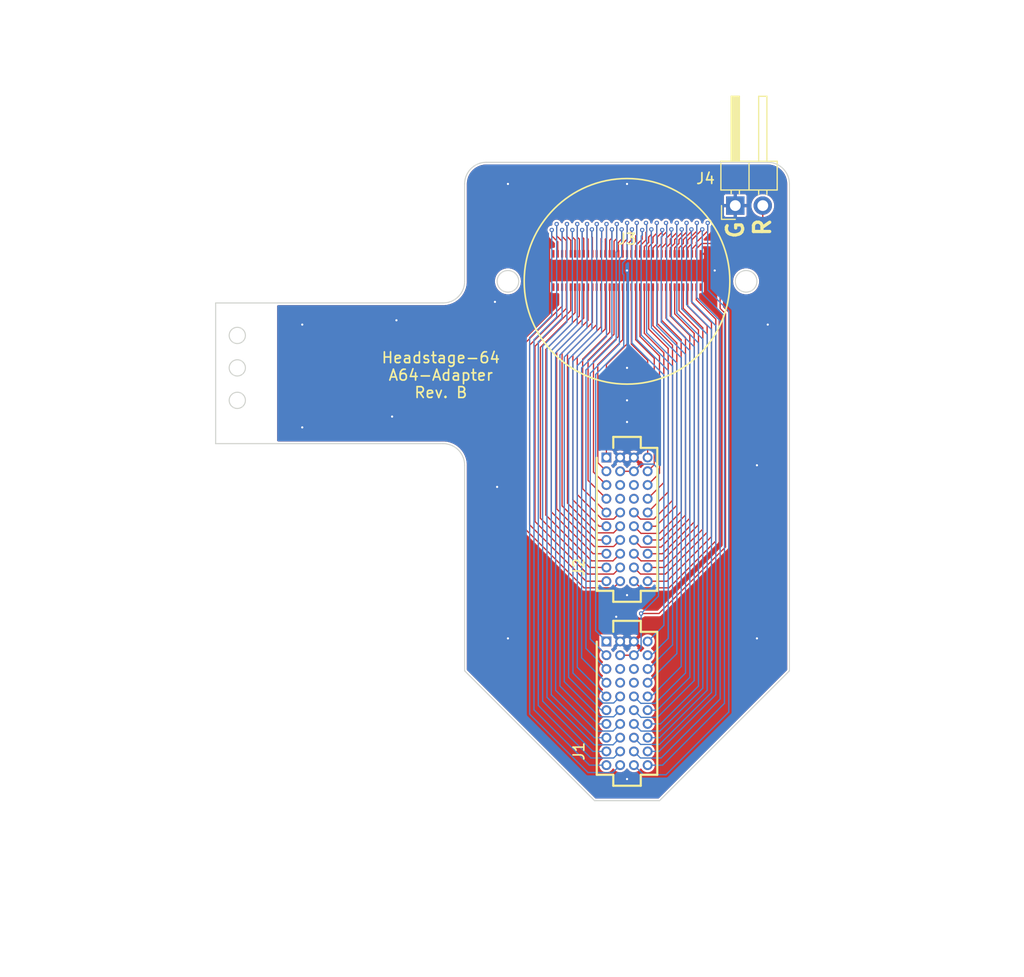
<source format=kicad_pcb>
(kicad_pcb (version 20221018) (generator pcbnew)
  (title_block (title "EIB for Neuronexus A64 probes") (rev "B") (company "Open Ephys, Inc.") (comment 1 "Jonathan P. Newman"))
  (layers (0 "F.Cu" signal) (31 "B.Cu" signal) (34 "B.Paste" user) (35 "F.Paste" user) (36 "B.SilkS" user "B.Silkscreen") (37 "F.SilkS" user "F.Silkscreen") (38 "B.Mask" user) (39 "F.Mask" user) (44 "Edge.Cuts" user))
  (net 0 "")
  (net 10 "/Ref")
  (net 11 "/Elec16")
  (net 12 "/Elec0")
  (net 13 "/Elec17")
  (net 14 "/Elec1")
  (net 15 "/Elec18")
  (net 16 "/Elec2")
  (net 17 "/Elec19")
  (net 18 "/Elec3")
  (net 19 "/Elec20")
  (net 20 "/Elec4")
  (net 21 "/Elec21")
  (net 22 "/Elec5")
  (net 23 "/Elec22")
  (net 24 "/Elec6")
  (net 25 "/Elec23")
  (net 26 "/Elec7")
  (net 27 "/Elec24")
  (net 28 "/Elec8")
  (net 29 "/Elec25")
  (net 30 "/Elec9")
  (net 31 "/Elec26")
  (net 32 "/Elec10")
  (net 33 "/Elec27")
  (net 34 "/Elec11")
  (net 35 "/Elec28")
  (net 36 "/Elec12")
  (net 37 "/Elec29")
  (net 38 "/Elec13")
  (net 39 "/Elec30")
  (net 40 "/Elec14")
  (net 41 "/Elec31")
  (net 42 "/Elec15")
  (net 43 "/Elec32")
  (net 44 "/Elec48")
  (net 45 "/Elec33")
  (net 46 "/Elec49")
  (net 47 "/Elec34")
  (net 48 "/Elec50")
  (net 49 "/Elec35")
  (net 50 "/Elec51")
  (net 51 "/Elec36")
  (net 52 "/Elec52")
  (net 53 "/Elec37")
  (net 54 "/Elec53")
  (net 55 "/Elec38")
  (net 56 "/Elec54")
  (net 57 "/Elec39")
  (net 58 "/Elec55")
  (net 59 "/Elec40")
  (net 60 "/Elec56")
  (net 61 "/Elec41")
  (net 62 "/Elec57")
  (net 63 "/Elec42")
  (net 64 "/Elec58")
  (net 65 "/Elec43")
  (net 66 "/Elec59")
  (net 67 "/Elec44")
  (net 68 "/Elec60")
  (net 69 "/Elec45")
  (net 70 "/Elec61")
  (net 71 "/Elec46")
  (net 72 "/Elec62")
  (net 73 "/Elec47")
  (net 74 "/Elec63")
  (net 76 "GND")
  (footprint "Connector_PinHeader_2.54mm:PinHeader_1x02_P2.54mm_Horizontal" (layer "F.Cu") (at 147 75 90)
    (fp_text reference "J4")
    (fp_text value "Conn_01x02_Male")
  )
  (footprint "jonnew:SAMTEC_FOLC-110-01-S-Q" (layer "F.Cu") (at 137 104 90)
    (fp_text reference "J2")
    (fp_text value "xOLC-110-01-S-Q_1")
  )
  (footprint "jonnew:SAMTEC_FOLC-110-01-S-Q" (layer "F.Cu") (at 137 121 90)
    (fp_text reference "J1")
    (fp_text value "xOLC-110-01-S-Q_1")
  )
  (footprint "jonnew:HIROSE_DF40C(2.0)-70DS-0.4V(51)" (layer "F.Cu") (at 137 81)
    (fp_text reference "J3")
    (fp_text value "Conn_02x35_Odd_Even")
  )
  (gr_circle (center 137 82) (end 146.5 82) (stroke (width 0.15)) (fill none) (layer "F.SilkS"))
  (gr_circle (center 101 87) (end 101.75 87) (stroke (width 0.1)) (fill none) (layer "Edge.Cuts"))
  (gr_line (start 122 118) (end 134 130) (stroke (width 0.1)) (layer "Edge.Cuts"))
  (gr_line (start 152 73) (end 152 118) (stroke (width 0.1)) (layer "Edge.Cuts"))
  (gr_line (start 120 84) (end 99 84) (stroke (width 0.1)) (layer "Edge.Cuts"))
  (gr_arc (start 150 71) (mid 151.414214 71.585786) (end 152 73) (stroke (width 0.1)) (layer "Edge.Cuts"))
  (gr_arc (start 122 82) (mid 121.414214 83.414214) (end 120 84) (stroke (width 0.1)) (layer "Edge.Cuts"))
  (gr_line (start 140 130) (end 152 118) (stroke (width 0.1)) (layer "Edge.Cuts"))
  (gr_arc (start 122 73) (mid 122.585786 71.585786) (end 124 71) (stroke (width 0.1)) (layer "Edge.Cuts"))
  (gr_line (start 122 99) (end 122 118) (stroke (width 0.1)) (layer "Edge.Cuts"))
  (gr_line (start 122 82) (end 122 73) (stroke (width 0.1)) (layer "Edge.Cuts"))
  (gr_circle (center 101 90) (end 101.75 90) (stroke (width 0.1)) (fill none) (layer "Edge.Cuts"))
  (gr_line (start 99 84) (end 99 97) (stroke (width 0.1)) (layer "Edge.Cuts"))
  (gr_arc (start 120 97) (mid 121.414214 97.585786) (end 122 99) (stroke (width 0.1)) (layer "Edge.Cuts"))
  (gr_line (start 140 130) (end 134 130) (stroke (width 0.1)) (layer "Edge.Cuts"))
  (gr_circle (center 148 82) (end 149 82) (stroke (width 0.1)) (fill none) (layer "Edge.Cuts"))
  (gr_line (start 99 97) (end 120 97) (stroke (width 0.1)) (layer "Edge.Cuts"))
  (gr_circle (center 101 93) (end 101.75 93) (stroke (width 0.1)) (fill none) (layer "Edge.Cuts"))
  (gr_line (start 124 71) (end 150 71) (stroke (width 0.1)) (layer "Edge.Cuts"))
  (gr_circle (center 126 82) (end 127 82) (stroke (width 0.1)) (fill none) (layer "Edge.Cuts"))
  (gr_text "G" (at 147 77.25 90) (layer "F.SilkS") (effects (font (size 1.5 1.5) (thickness 0.3))))
  (gr_text "Headstage-64\nA64-Adapter\nRev. B" (at 119.8 90.67) (layer "F.SilkS") (effects (font (size 1 1))))
  (gr_text "R" (at 149.5 77 90) (layer "F.SilkS") (effects (font (size 1.5 1.5) (thickness 0.3))))
  (segment (start 145.29 78.99) (end 144.8 78.5) (width 0.12) (layer "F.Cu") (net 10))
  (segment (start 136.365 116.555) (end 137.635 116.555) (width 0.12) (layer "F.Cu") (net 10))
  (segment (start 144.8 78.5) (end 143.9 78.5) (width 0.12) (layer "F.Cu") (net 10))
  (segment (start 143.9 78.5) (end 143.4 79) (width 0.12) (layer "F.Cu") (net 10))
  (segment (start 145.29 79.46) (end 147.29 79.46) (width 0.12) (layer "F.Cu") (net 10))
  (segment (start 146.1 106.55) (end 139.95 112.7) (width 0.12) (layer "F.Cu") (net 10))
  (segment (start 137.635 99.555) (end 136.365 99.555) (width 0.12) (layer "F.Cu") (net 10))
  (segment (start 145.29 79.46) (end 145.6 79.77) (width 0.12) (layer "F.Cu") (net 10))
  (segment (start 139.95 112.7) (end 138.3 112.7) (width 0.12) (layer "F.Cu") (net 10))
  (segment (start 149.54 77.21) (end 149.54 75) (width 0.12) (layer "F.Cu") (net 10))
  (segment (start 145.6 84.5) (end 146.1 85) (width 0.12) (layer "F.Cu") (net 10))
  (segment (start 147.29 79.46) (end 149.54 77.21) (width 0.12) (layer "F.Cu") (net 10))
  (segment (start 145.29 79.46) (end 145.29 78.99) (width 0.12) (layer "F.Cu") (net 10))
  (segment (start 146.1 85) (end 146.1 106.55) (width 0.12) (layer "F.Cu") (net 10))
  (segment (start 145.6 79.77) (end 145.6 84.5) (width 0.12) (layer "F.Cu") (net 10))
  (segment (start 143.4 79) (end 143.4 79.46) (width 0.12) (layer "F.Cu") (net 10))
  (via (at 138.3 112.7) (size 0.4) (drill 0.2) (layers "F.Cu" "B.Cu") (net 10))
  (segment (start 139.905 111.095) (end 139.905 99.355) (width 0.12) (layer "B.Cu") (net 10))
  (segment (start 138.300479 112.700479) (end 138.3 112.7) (width 0.12) (layer "B.Cu") (net 10))
  (segment (start 138.295479 98.894521) (end 137.635 99.555) (width 0.12) (layer "B.Cu") (net 10))
  (segment (start 138.300479 115.894521) (end 138.300479 112.700479) (width 0.12) (layer "B.Cu") (net 10))
  (segment (start 137.64 116.555) (end 138.300479 115.894521) (width 0.12) (layer "B.Cu") (net 10))
  (segment (start 139.444521 98.894521) (end 138.295479 98.894521) (width 0.12) (layer "B.Cu") (net 10))
  (segment (start 139.905 99.355) (end 139.444521 98.894521) (width 0.12) (layer "B.Cu") (net 10))
  (segment (start 138.3 112.7) (end 139.905 111.095) (width 0.12) (layer "B.Cu") (net 10))
  (segment (start 145.2 85.5) (end 145.2 106) (width 0.12) (layer "F.Cu") (net 11))
  (segment (start 145.2 106) (end 140.875479 110.324521) (width 0.12) (layer "F.Cu") (net 11))
  (segment (start 143.4 83.7) (end 145.2 85.5) (width 0.12) (layer "F.Cu") (net 11))
  (segment (start 140.875479 110.324521) (end 138.244521 110.324521) (width 0.12) (layer "F.Cu") (net 11))
  (segment (start 143.4 82.54) (end 143.4 83.7) (width 0.12) (layer "F.Cu") (net 11))
  (segment (start 138.244521 110.324521) (end 137.635 109.715) (width 0.12) (layer "F.Cu") (net 11))
  (segment (start 143.4 78.4) (end 143.4 78.6) (width 0.12) (layer "F.Cu") (net 12))
  (segment (start 144.45 77.35) (end 143.4 78.4) (width 0.12) (layer "F.Cu") (net 12))
  (segment (start 144.45 76.6) (end 144.45 77.35) (width 0.12) (layer "F.Cu") (net 12))
  (segment (start 143 79.46) (end 143 79) (width 0.12) (layer "F.Cu") (net 12))
  (segment (start 143 79) (end 143.4 78.6) (width 0.12) (layer "F.Cu") (net 12))
  (via (at 144.45 76.6) (size 0.4) (drill 0.2) (layers "F.Cu" "B.Cu") (net 12))
  (segment (start 140.6 127.6) (end 146.4 121.8) (width 0.12) (layer "B.Cu") (net 12))
  (segment (start 146.4 121.8) (end 146.4 84.75) (width 0.12) (layer "B.Cu") (net 12))
  (segment (start 144.45 82.8) (end 144.45 76.6) (width 0.12) (layer "B.Cu") (net 12))
  (segment (start 138.52 127.6) (end 140.6 127.6) (width 0.12) (layer "B.Cu") (net 12))
  (segment (start 137.635 126.715) (end 138.52 127.6) (width 0.12) (layer "B.Cu") (net 12))
  (segment (start 144.45 82.8) (end 146.4 84.75) (width 0.12) (layer "B.Cu") (net 12))
  (segment (start 143 84) (end 144.8 85.8) (width 0.12) (layer "F.Cu") (net 13))
  (segment (start 144.8 105.6) (end 140.685 109.715) (width 0.12) (layer "F.Cu") (net 13))
  (segment (start 144.8 85.8) (end 144.8 105.6) (width 0.12) (layer "F.Cu") (net 13))
  (segment (start 140.685 109.715) (end 138.905 109.715) (width 0.12) (layer "F.Cu") (net 13))
  (segment (start 143 82.54) (end 143 84) (width 0.12) (layer "F.Cu") (net 13))
  (segment (start 143 78.15) (end 143 78.5) (width 0.12) (layer "F.Cu") (net 14))
  (segment (start 142.6 78.9) (end 143 78.5) (width 0.12) (layer "F.Cu") (net 14))
  (segment (start 142.6 79.46) (end 142.6 78.9) (width 0.12) (layer "F.Cu") (net 14))
  (segment (start 143.95 77.2) (end 143 78.15) (width 0.12) (layer "F.Cu") (net 14))
  (via (at 143.95 77.2) (size 0.4) (drill 0.2) (layers "F.Cu" "B.Cu") (net 14))
  (segment (start 138.905 126.715) (end 140.285 126.715) (width 0.12) (layer "B.Cu") (net 14))
  (segment (start 143.95 83.15) (end 146 85.2) (width 0.12) (layer "B.Cu") (net 14))
  (segment (start 143.95 83.15) (end 143.95 77.2) (width 0.12) (layer "B.Cu") (net 14))
  (segment (start 140.285 126.715) (end 146 121) (width 0.12) (layer "B.Cu") (net 14))
  (segment (start 146 121) (end 146 85.2) (width 0.12) (layer "B.Cu") (net 14))
  (segment (start 140.545479 109.054521) (end 144.4 105.2) (width 0.12) (layer "F.Cu") (net 15))
  (segment (start 142.6 84.3) (end 144.4 86.1) (width 0.12) (layer "F.Cu") (net 15))
  (segment (start 138.244521 109.054521) (end 140.545479 109.054521) (width 0.12) (layer "F.Cu") (net 15))
  (segment (start 137.635 108.445) (end 138.244521 109.054521) (width 0.12) (layer "F.Cu") (net 15))
  (segment (start 142.6 82.54) (end 142.6 84.3) (width 0.12) (layer "F.Cu") (net 15))
  (segment (start 144.4 86.1) (end 144.4 105.2) (width 0.12) (layer "F.Cu") (net 15))
  (segment (start 143.45 76.6) (end 143.45 77.35) (width 0.12) (layer "F.Cu") (net 16))
  (segment (start 143.45 77.35) (end 142.6 78.2) (width 0.12) (layer "F.Cu") (net 16))
  (segment (start 142.2 78.9) (end 142.6 78.5) (width 0.12) (layer "F.Cu") (net 16))
  (segment (start 142.6 78.2) (end 142.6 78.5) (width 0.12) (layer "F.Cu") (net 16))
  (segment (start 142.2 79.46) (end 142.2 78.9) (width 0.12) (layer "F.Cu") (net 16))
  (via (at 143.45 76.6) (size 0.4) (drill 0.2) (layers "F.Cu" "B.Cu") (net 16))
  (segment (start 143.45 83.5) (end 145.6 85.65) (width 0.12) (layer "B.Cu") (net 16))
  (segment (start 138.244521 126.054521) (end 140.145479 126.054521) (width 0.12) (layer "B.Cu") (net 16))
  (segment (start 140.145479 126.054521) (end 145.6 120.6) (width 0.12) (layer "B.Cu") (net 16))
  (segment (start 137.635 125.445) (end 138.244521 126.054521) (width 0.12) (layer "B.Cu") (net 16))
  (segment (start 145.6 120.6) (end 145.6 85.65) (width 0.12) (layer "B.Cu") (net 16))
  (segment (start 143.45 83.5) (end 143.45 76.6) (width 0.12) (layer "B.Cu") (net 16))
  (segment (start 144 86.3) (end 142.2 84.5) (width 0.12) (layer "F.Cu") (net 17))
  (segment (start 140.455 108.445) (end 144 104.9) (width 0.12) (layer "F.Cu") (net 17))
  (segment (start 142.2 84.5) (end 142.2 82.54) (width 0.12) (layer "F.Cu") (net 17))
  (segment (start 138.905 108.445) (end 140.455 108.445) (width 0.12) (layer "F.Cu") (net 17))
  (segment (start 144 104.9) (end 144 86.3) (width 0.12) (layer "F.Cu") (net 17))
  (segment (start 142.95 77.2) (end 142.95 77.4) (width 0.12) (layer "F.Cu") (net 18))
  (segment (start 141.8 78.9) (end 142.2 78.5) (width 0.12) (layer "F.Cu") (net 18))
  (segment (start 142.95 77.4) (end 142.2 78.15) (width 0.12) (layer "F.Cu") (net 18))
  (segment (start 142.2 78.5) (end 142.2 78.15) (width 0.12) (layer "F.Cu") (net 18))
  (segment (start 141.8 79.46) (end 141.8 78.9) (width 0.12) (layer "F.Cu") (net 18))
  (via (at 142.95 77.2) (size 0.4) (drill 0.2) (layers "F.Cu" "B.Cu") (net 18))
  (segment (start 138.905 125.445) (end 139.955 125.445) (width 0.12) (layer "B.Cu") (net 18))
  (segment (start 142.95 83.85) (end 142.95 77.2) (width 0.12) (layer "B.Cu") (net 18))
  (segment (start 139.955 125.445) (end 145.2 120.2) (width 0.12) (layer "B.Cu") (net 18))
  (segment (start 142.95 83.85) (end 145.2 86.1) (width 0.12) (layer "B.Cu") (net 18))
  (segment (start 145.2 120.2) (end 145.2 86.1) (width 0.12) (layer "B.Cu") (net 18))
  (segment (start 143.6 86.5) (end 141.8 84.7) (width 0.12) (layer "F.Cu") (net 19))
  (segment (start 137.635 107.175) (end 138.295479 107.835479) (width 0.12) (layer "F.Cu") (net 19))
  (segment (start 143.6 104.5) (end 143.6 86.5) (width 0.12) (layer "F.Cu") (net 19))
  (segment (start 141.8 84.7) (end 141.8 82.54) (width 0.12) (layer "F.Cu") (net 19))
  (segment (start 138.295479 107.835479) (end 140.264521 107.835479) (width 0.12) (layer "F.Cu") (net 19))
  (segment (start 140.264521 107.835479) (end 143.6 104.5) (width 0.12) (layer "F.Cu") (net 19))
  (segment (start 141.4 79.46) (end 141.4 78.9) (width 0.12) (layer "F.Cu") (net 20))
  (segment (start 142.5 77.45) (end 141.8 78.15) (width 0.12) (layer "F.Cu") (net 20))
  (segment (start 142.5 76.6) (end 142.5 77.45) (width 0.12) (layer "F.Cu") (net 20))
  (segment (start 141.4 78.9) (end 141.8 78.5) (width 0.12) (layer "F.Cu") (net 20))
  (segment (start 141.8 78.15) (end 141.8 78.5) (width 0.12) (layer "F.Cu") (net 20))
  (via (at 142.5 76.6) (size 0.4) (drill 0.2) (layers "F.Cu" "B.Cu") (net 20))
  (segment (start 142.5 84.15) (end 142.5 76.6) (width 0.12) (layer "B.Cu") (net 20))
  (segment (start 140 124.8) (end 144.8 120) (width 0.12) (layer "B.Cu") (net 20))
  (segment (start 142.5 84.15) (end 144.8 86.45) (width 0.12) (layer "B.Cu") (net 20))
  (segment (start 144.8 120) (end 144.8 86.45) (width 0.12) (layer "B.Cu") (net 20))
  (segment (start 138.26 124.8) (end 140 124.8) (width 0.12) (layer "B.Cu") (net 20))
  (segment (start 137.635 124.175) (end 138.26 124.8) (width 0.12) (layer "B.Cu") (net 20))
  (segment (start 143.2 86.8) (end 141.4 85) (width 0.12) (layer "F.Cu") (net 21))
  (segment (start 141.4 85) (end 141.4 82.54) (width 0.12) (layer "F.Cu") (net 21))
  (segment (start 143.2 104.25) (end 143.2 86.8) (width 0.12) (layer "F.Cu") (net 21))
  (segment (start 140.275 107.175) (end 143.2 104.25) (width 0.12) (layer "F.Cu") (net 21))
  (segment (start 138.905 107.175) (end 140.275 107.175) (width 0.12) (layer "F.Cu") (net 21))
  (segment (start 141 78.9) (end 141.4 78.5) (width 0.12) (layer "F.Cu") (net 22))
  (segment (start 141.4 78.15) (end 141.4 78.5) (width 0.12) (layer "F.Cu") (net 22))
  (segment (start 142.05 77.2) (end 142.05 77.5) (width 0.12) (layer "F.Cu") (net 22))
  (segment (start 141 79.46) (end 141 78.9) (width 0.12) (layer "F.Cu") (net 22))
  (segment (start 142.05 77.5) (end 141.4 78.15) (width 0.12) (layer "F.Cu") (net 22))
  (via (at 142.05 77.2) (size 0.4) (drill 0.2) (layers "F.Cu" "B.Cu") (net 22))
  (segment (start 140.025 124.175) (end 144.4 119.8) (width 0.12) (layer "B.Cu") (net 22))
  (segment (start 144.4 119.8) (end 144.4 86.9) (width 0.12) (layer "B.Cu") (net 22))
  (segment (start 142.05 84.55) (end 142.05 77.2) (width 0.12) (layer "B.Cu") (net 22))
  (segment (start 142.05 84.55) (end 144.4 86.9) (width 0.12) (layer "B.Cu") (net 22))
  (segment (start 138.905 124.175) (end 140.025 124.175) (width 0.12) (layer "B.Cu") (net 22))
  (segment (start 142.8 103.9) (end 142.8 87) (width 0.12) (layer "F.Cu") (net 23))
  (segment (start 141 85.2) (end 141 82.54) (width 0.12) (layer "F.Cu") (net 23))
  (segment (start 137.635 105.905) (end 138.295479 106.565479) (width 0.12) (layer "F.Cu") (net 23))
  (segment (start 142.8 87) (end 141 85.2) (width 0.12) (layer "F.Cu") (net 23))
  (segment (start 138.295479 106.565479) (end 140.134521 106.565479) (width 0.12) (layer "F.Cu") (net 23))
  (segment (start 140.134521 106.565479) (end 142.8 103.9) (width 0.12) (layer "F.Cu") (net 23))
  (segment (start 141 78.1) (end 141 78.5) (width 0.12) (layer "F.Cu") (net 24))
  (segment (start 141.6 76.6) (end 141.6 77.5) (width 0.12) (layer "F.Cu") (net 24))
  (segment (start 141.6 77.5) (end 141 78.1) (width 0.12) (layer "F.Cu") (net 24))
  (segment (start 140.6 79.46) (end 140.6 78.9) (width 0.12) (layer "F.Cu") (net 24))
  (segment (start 140.6 78.9) (end 141 78.5) (width 0.12) (layer "F.Cu") (net 24))
  (via (at 141.6 76.6) (size 0.4) (drill 0.2) (layers "F.Cu" "B.Cu") (net 24))
  (segment (start 141.6 84.95) (end 144 87.35) (width 0.12) (layer "B.Cu") (net 24))
  (segment (start 138.295479 123.565479) (end 140.034521 123.565479) (width 0.12) (layer "B.Cu") (net 24))
  (segment (start 140.034521 123.565479) (end 144 119.6) (width 0.12) (layer "B.Cu") (net 24))
  (segment (start 144 119.6) (end 144 87.35) (width 0.12) (layer "B.Cu") (net 24))
  (segment (start 137.635 122.905) (end 138.295479 123.565479) (width 0.12) (layer "B.Cu") (net 24))
  (segment (start 141.6 84.95) (end 141.6 76.6) (width 0.12) (layer "B.Cu") (net 24))
  (segment (start 142.4 103.6) (end 142.4 87.2) (width 0.12) (layer "F.Cu") (net 25))
  (segment (start 138.905 105.905) (end 140.095 105.905) (width 0.12) (layer "F.Cu") (net 25))
  (segment (start 142.4 87.2) (end 140.6 85.4) (width 0.12) (layer "F.Cu") (net 25))
  (segment (start 140.095 105.905) (end 142.4 103.6) (width 0.12) (layer "F.Cu") (net 25))
  (segment (start 140.6 85.4) (end 140.6 82.54) (width 0.12) (layer "F.Cu") (net 25))
  (segment (start 140.2 78.9) (end 140.6 78.5) (width 0.12) (layer "F.Cu") (net 26))
  (segment (start 141.1 77.55) (end 140.6 78.05) (width 0.12) (layer "F.Cu") (net 26))
  (segment (start 141.1 77.2) (end 141.1 77.55) (width 0.12) (layer "F.Cu") (net 26))
  (segment (start 140.6 78.05) (end 140.6 78.5) (width 0.12) (layer "F.Cu") (net 26))
  (segment (start 140.2 79.46) (end 140.2 78.9) (width 0.12) (layer "F.Cu") (net 26))
  (via (at 141.1 77.2) (size 0.4) (drill 0.2) (layers "F.Cu" "B.Cu") (net 26))
  (segment (start 138.905 122.905) (end 140.095 122.905) (width 0.12) (layer "B.Cu") (net 26))
  (segment (start 143.6 119.4) (end 143.6 87.7) (width 0.12) (layer "B.Cu") (net 26))
  (segment (start 141.1 85.2) (end 141.1 77.2) (width 0.12) (layer "B.Cu") (net 26))
  (segment (start 140.095 122.905) (end 143.6 119.4) (width 0.12) (layer "B.Cu") (net 26))
  (segment (start 141.1 85.2) (end 143.6 87.7) (width 0.12) (layer "B.Cu") (net 26))
  (segment (start 137.635 104.635) (end 138.295479 105.295479) (width 0.12) (layer "F.Cu") (net 27))
  (segment (start 140.2 85.6) (end 140.2 82.54) (width 0.12) (layer "F.Cu") (net 27))
  (segment (start 142 87.4) (end 140.2 85.6) (width 0.12) (layer "F.Cu") (net 27))
  (segment (start 139.995479 105.295479) (end 142 103.290958) (width 0.12) (layer "F.Cu") (net 27))
  (segment (start 138.295479 105.295479) (end 139.995479 105.295479) (width 0.12) (layer "F.Cu") (net 27))
  (segment (start 142 103.290958) (end 142 87.4) (width 0.12) (layer "F.Cu") (net 27))
  (segment (start 140.2 78.5) (end 140.2 77.879123) (width 0.12) (layer "F.Cu") (net 28))
  (segment (start 139.8 79.46) (end 139.8 78.9) (width 0.12) (layer "F.Cu") (net 28))
  (segment (start 140.659501 76.659501) (end 140.6 76.6) (width 0.12) (layer "F.Cu") (net 28))
  (segment (start 140.2 77.879123) (end 140.659501 77.419622) (width 0.12) (layer "F.Cu") (net 28))
  (segment (start 139.8 78.9) (end 140.2 78.5) (width 0.12) (layer "F.Cu") (net 28))
  (segment (start 140.659501 77.419622) (end 140.659501 76.659501) (width 0.12) (layer "F.Cu") (net 28))
  (via (at 140.6 76.6) (size 0.4) (drill 0.2) (layers "F.Cu" "B.Cu") (net 28))
  (segment (start 138.300479 122.295479) (end 139.809521 122.295479) (width 0.12) (layer "B.Cu") (net 28))
  (segment (start 143.205 118.9) (end 143.205 88.055) (width 0.12) (layer "B.Cu") (net 28))
  (segment (start 140.659501 76.659501) (end 140.6 76.6) (width 0.12) (layer "B.Cu") (net 28))
  (segment (start 140.659501 85.509501) (end 140.659501 76.659501) (width 0.12) (layer "B.Cu") (net 28))
  (segment (start 139.809521 122.295479) (end 143.205 118.9) (width 0.12) (layer "B.Cu") (net 28))
  (segment (start 143.205 88.055) (end 140.659501 85.509501) (width 0.12) (layer "B.Cu") (net 28))
  (segment (start 137.64 121.635) (end 138.300479 122.295479) (width 0.12) (layer "B.Cu") (net 28))
  (segment (start 141.6 102.7) (end 141.6 87.7) (width 0.12) (layer "F.Cu") (net 29))
  (segment (start 141.6 87.7) (end 139.8 85.9) (width 0.12) (layer "F.Cu") (net 29))
  (segment (start 138.905 104.635) (end 139.665 104.635) (width 0.12) (layer "F.Cu") (net 29))
  (segment (start 139.8 85.9) (end 139.8 82.54) (width 0.12) (layer "F.Cu") (net 29))
  (segment (start 139.665 104.635) (end 141.6 102.7) (width 0.12) (layer "F.Cu") (net 29))
  (segment (start 139.8 77.9) (end 140.25 77.45) (width 0.12) (layer "F.Cu") (net 30))
  (segment (start 139.4 79.46) (end 139.4 78.9) (width 0.12) (layer "F.Cu") (net 30))
  (segment (start 140.25 77.45) (end 140.25 77.25) (width 0.12) (layer "F.Cu") (net 30))
  (segment (start 139.4 78.9) (end 139.8 78.5) (width 0.12) (layer "F.Cu") (net 30))
  (segment (start 139.8 78.5) (end 139.8 77.9) (width 0.12) (layer "F.Cu") (net 30))
  (via (at 140.25 77.25) (size 0.4) (drill 0.2) (layers "F.Cu" "B.Cu") (net 30))
  (segment (start 142.805 88.405) (end 140.161407 85.761407) (width 0.12) (layer "B.Cu") (net 30))
  (segment (start 140.161407 85.761407) (end 140.161407 77.911407) (width 0.12) (layer "B.Cu") (net 30))
  (segment (start 140.25 77.822814) (end 140.161407 77.911407) (width 0.12) (layer "B.Cu") (net 30))
  (segment (start 142.805 118.6) (end 142.805 88.405) (width 0.12) (layer "B.Cu") (net 30))
  (segment (start 138.91 121.635) (end 139.77 121.635) (width 0.12) (layer "B.Cu") (net 30))
  (segment (start 140.25 77.25) (end 140.25 77.822814) (width 0.12) (layer "B.Cu") (net 30))
  (segment (start 139.77 121.635) (end 142.805 118.6) (width 0.12) (layer "B.Cu") (net 30))
  (segment (start 141.2 87.9) (end 139.4 86.1) (width 0.12) (layer "F.Cu") (net 31))
  (segment (start 137.635 103.365) (end 138.244521 103.974521) (width 0.12) (layer "F.Cu") (net 31))
  (segment (start 139.4 86.1) (end 139.4 82.54) (width 0.12) (layer "F.Cu") (net 31))
  (segment (start 141.2 102.249042) (end 141.2 87.9) (width 0.12) (layer "F.Cu") (net 31))
  (segment (start 139.474521 103.974521) (end 141.2 102.249042) (width 0.12) (layer "F.Cu") (net 31))
  (segment (start 138.244521 103.974521) (end 139.474521 103.974521) (width 0.12) (layer "F.Cu") (net 31))
  (segment (start 139.4 77.9) (end 139.4 78.4) (width 0.12) (layer "F.Cu") (net 32))
  (segment (start 139 78.8) (end 139.4 78.4) (width 0.12) (layer "F.Cu") (net 32))
  (segment (start 139.75 77.55) (end 139.4 77.9) (width 0.12) (layer "F.Cu") (net 32))
  (segment (start 139 79.46) (end 139 78.8) (width 0.12) (layer "F.Cu") (net 32))
  (segment (start 139.75 76.6) (end 139.75 77.55) (width 0.12) (layer "F.Cu") (net 32))
  (via (at 139.75 76.6) (size 0.4) (drill 0.2) (layers "F.Cu" "B.Cu") (net 32))
  (segment (start 137.64 120.365) (end 138.275 121) (width 0.12) (layer "B.Cu") (net 32))
  (segment (start 139.75 86.1) (end 139.75 76.6) (width 0.12) (layer "B.Cu") (net 32))
  (segment (start 142.405 118.2) (end 142.405 88.755) (width 0.12) (layer "B.Cu") (net 32))
  (segment (start 139.605 121) (end 142.405 118.2) (width 0.12) (layer "B.Cu") (net 32))
  (segment (start 138.275 121) (end 139.605 121) (width 0.12) (layer "B.Cu") (net 32))
  (segment (start 139.75 86.1) (end 142.405 88.755) (width 0.12) (layer "B.Cu") (net 32))
  (segment (start 140.8 101.47) (end 140.8 88.2) (width 0.12) (layer "F.Cu") (net 33))
  (segment (start 140.8 88.2) (end 139 86.4) (width 0.12) (layer "F.Cu") (net 33))
  (segment (start 138.905 103.365) (end 140.8 101.47) (width 0.12) (layer "F.Cu") (net 33))
  (segment (start 139 86.4) (end 139 82.54) (width 0.12) (layer "F.Cu") (net 33))
  (segment (start 139 78.4) (end 139 77.9) (width 0.12) (layer "F.Cu") (net 34))
  (segment (start 138.6 78.8) (end 139 78.4) (width 0.12) (layer "F.Cu") (net 34))
  (segment (start 139.25 77.65) (end 139.25 77.2) (width 0.12) (layer "F.Cu") (net 34))
  (segment (start 138.6 79.46) (end 138.6 78.8) (width 0.12) (layer "F.Cu") (net 34))
  (segment (start 139 77.9) (end 139.25 77.65) (width 0.12) (layer "F.Cu") (net 34))
  (via (at 139.25 77.2) (size 0.4) (drill 0.2) (layers "F.Cu" "B.Cu") (net 34))
  (segment (start 142.005 117.6) (end 142.005 89.055) (width 0.12) (layer "B.Cu") (net 34))
  (segment (start 139.25 86.3) (end 142.005 89.055) (width 0.12) (layer "B.Cu") (net 34))
  (segment (start 139.24 120.365) (end 142.005 117.6) (width 0.12) (layer "B.Cu") (net 34))
  (segment (start 138.91 120.365) (end 139.24 120.365) (width 0.12) (layer "B.Cu") (net 34))
  (segment (start 139.25 86.3) (end 139.25 77.2) (width 0.12) (layer "B.Cu") (net 34))
  (segment (start 138.6 86.8) (end 138.6 82.54) (width 0.12) (layer "F.Cu") (net 35))
  (segment (start 140.4 88.6) (end 138.6 86.8) (width 0.12) (layer "F.Cu") (net 35))
  (segment (start 138.905 102.095) (end 140.4 100.6) (width 0.12) (layer "F.Cu") (net 35))
  (segment (start 140.4 100.6) (end 140.4 88.6) (width 0.12) (layer "F.Cu") (net 35))
  (segment (start 138.809501 76.659501) (end 138.75 76.6) (width 0.12) (layer "F.Cu") (net 36))
  (segment (start 138.2 79.46) (end 138.2 78.725) (width 0.12) (layer "F.Cu") (net 36))
  (segment (start 138.2 78.725) (end 138.75 78.175) (width 0.12) (layer "F.Cu") (net 36))
  (segment (start 138.75 78.175) (end 138.75 77.479123) (width 0.12) (layer "F.Cu") (net 36))
  (segment (start 138.75 77.479123) (end 138.809501 77.419622) (width 0.12) (layer "F.Cu") (net 36))
  (segment (start 138.809501 77.419622) (end 138.809501 76.659501) (width 0.12) (layer "F.Cu") (net 36))
  (via (at 138.75 76.6) (size 0.4) (drill 0.2) (layers "F.Cu" "B.Cu") (net 36))
  (segment (start 138.809501 76.659501) (end 138.75 76.6) (width 0.12) (layer "B.Cu") (net 36))
  (segment (start 141.605 116.4) (end 141.605 89.555) (width 0.12) (layer "B.Cu") (net 36))
  (segment (start 138.809501 86.759501) (end 138.809501 76.659501) (width 0.12) (layer "B.Cu") (net 36))
  (segment (start 141.605 89.555) (end 138.809501 86.759501) (width 0.12) (layer "B.Cu") (net 36))
  (segment (start 138.91 119.095) (end 141.605 116.4) (width 0.12) (layer "B.Cu") (net 36))
  (segment (start 138.905 100.825) (end 140 99.73) (width 0.12) (layer "F.Cu") (net 37))
  (segment (start 140 88.9) (end 138.2 87.1) (width 0.12) (layer "F.Cu") (net 37))
  (segment (start 138.2 87.1) (end 138.2 82.54) (width 0.12) (layer "F.Cu") (net 37))
  (segment (start 140 99.73) (end 140 88.9) (width 0.12) (layer "F.Cu") (net 37))
  (segment (start 137.8 79.46) (end 137.8 78.7) (width 0.12) (layer "F.Cu") (net 38))
  (segment (start 138.4 78.1) (end 138.4 77.25) (width 0.12) (layer "F.Cu") (net 38))
  (segment (start 137.8 78.7) (end 138.4 78.1) (width 0.12) (layer "F.Cu") (net 38))
  (via (at 138.4 77.25) (size 0.4) (drill 0.2) (layers "F.Cu" "B.Cu") (net 38))
  (segment (start 141.205 89.855) (end 138.309538 86.959538) (width 0.12) (layer "B.Cu") (net 38))
  (segment (start 138.309538 86.959538) (end 138.309538 77.809538) (width 0.12) (layer "B.Cu") (net 38))
  (segment (start 138.91 117.825) (end 138.98 117.825) (width 0.12) (layer "B.Cu") (net 38))
  (segment (start 138.4 77.25) (end 138.4 77.719076) (width 0.12) (layer "B.Cu") (net 38))
  (segment (start 138.4 77.719076) (end 138.309538 77.809538) (width 0.12) (layer "B.Cu") (net 38))
  (segment (start 141.205 115.6) (end 141.205 89.855) (width 0.12) (layer "B.Cu") (net 38))
  (segment (start 138.98 117.825) (end 141.205 115.6) (width 0.12) (layer "B.Cu") (net 38))
  (segment (start 138.905 99.555) (end 139.514521 98.945479) (width 0.12) (layer "F.Cu") (net 39))
  (segment (start 137.8 87.4) (end 137.8 82.54) (width 0.12) (layer "F.Cu") (net 39))
  (segment (start 139.514521 98.945479) (end 139.514521 89.114521) (width 0.12) (layer "F.Cu") (net 39))
  (segment (start 139.514521 89.114521) (end 137.8 87.4) (width 0.12) (layer "F.Cu") (net 39))
  (segment (start 137.9 76.6) (end 137.9 77.7) (width 0.12) (layer "F.Cu") (net 40))
  (segment (start 137.8 77.8) (end 137.8 78.3) (width 0.12) (layer "F.Cu") (net 40))
  (segment (start 137.4 78.7) (end 137.8 78.3) (width 0.12) (layer "F.Cu") (net 40))
  (segment (start 137.4 79.46) (end 137.4 78.7) (width 0.12) (layer "F.Cu") (net 40))
  (segment (start 137.9 77.7) (end 137.8 77.8) (width 0.12) (layer "F.Cu") (net 40))
  (via (at 137.9 76.6) (size 0.4) (drill 0.2) (layers "F.Cu" "B.Cu") (net 40))
  (segment (start 137.9 87.35) (end 140.805 90.255) (width 0.12) (layer "B.Cu") (net 40))
  (segment (start 137.9 76.6) (end 137.9 87.35) (width 0.12) (layer "B.Cu") (net 40))
  (segment (start 139.25 116.555) (end 140.805 115) (width 0.12) (layer "B.Cu") (net 40))
  (segment (start 138.91 116.555) (end 139.25 116.555) (width 0.12) (layer "B.Cu") (net 40))
  (segment (start 140.805 115) (end 140.805 90.255) (width 0.12) (layer "B.Cu") (net 40))
  (segment (start 138.905 89.305) (end 137.4 87.8) (width 0.12) (layer "F.Cu") (net 41))
  (segment (start 137.4 87.8) (end 137.4 82.54) (width 0.12) (layer "F.Cu") (net 41))
  (segment (start 138.905 98.285) (end 138.905 89.305) (width 0.12) (layer "F.Cu") (net 41))
  (segment (start 137 79.46) (end 137 78.6) (width 0.12) (layer "F.Cu") (net 42))
  (segment (start 137.45 77.2) (end 137.4 77.25) (width 0.12) (layer "F.Cu") (net 42))
  (segment (start 137.005 79.455) (end 137 79.46) (width 0.12) (layer "F.Cu") (net 42))
  (segment (start 137 78.6) (end 137.4 78.2) (width 0.12) (layer "F.Cu") (net 42))
  (segment (start 137.4 77.25) (end 137.4 78.2) (width 0.12) (layer "F.Cu") (net 42))
  (via (at 137.45 77.2) (size 0.4) (drill 0.2) (layers "F.Cu" "B.Cu") (net 42))
  (segment (start 138.915 115.285) (end 140.405 113.795) (width 0.12) (layer "B.Cu") (net 42))
  (segment (start 138.91 115.285) (end 138.915 115.285) (width 0.12) (layer "B.Cu") (net 42))
  (segment (start 137.45 87.7) (end 137.45 77.2) (width 0.12) (layer "B.Cu") (net 42))
  (segment (start 140.405 113.795) (end 140.405 90.655) (width 0.12) (layer "B.Cu") (net 42))
  (segment (start 140.405 90.655) (end 137.45 87.7) (width 0.12) (layer "B.Cu") (net 42))
  (segment (start 137 87.79) (end 137 82.54) (width 0.12) (layer "F.Cu") (net 43))
  (segment (start 135.095 98.285) (end 135.095 89.695) (width 0.12) (layer "F.Cu") (net 43))
  (segment (start 135.095 89.695) (end 137 87.79) (width 0.12) (layer "F.Cu") (net 43))
  (segment (start 136.6 78.505) (end 137.005 78.1) (width 0.12) (layer "F.Cu") (net 44))
  (segment (start 137.005 76.6) (end 137.005 78.1) (width 0.12) (layer "F.Cu") (net 44))
  (segment (start 136.6 79.46) (end 136.6 78.505) (width 0.12) (layer "F.Cu") (net 44))
  (via (at 137.005 76.6) (size 0.4) (drill 0.2) (layers "F.Cu" "B.Cu") (net 44))
  (segment (start 137.005 79.895) (end 137.005 76.6) (width 0.12) (layer "B.Cu") (net 44))
  (segment (start 136.590499 81.290499) (end 136.590499 80.309501) (width 0.12) (layer "B.Cu") (net 44))
  (segment (start 135.1 115.285) (end 134.105 114.29) (width 0.12) (layer "B.Cu") (net 44))
  (segment (start 134.105 114.29) (end 134.105 90.598707) (width 0.12) (layer "B.Cu") (net 44))
  (segment (start 134.105 90.598707) (end 136.7 88.003706) (width 0.12) (layer "B.Cu") (net 44))
  (segment (start 136.7 81.4) (end 136.590499 81.290499) (width 0.12) (layer "B.Cu") (net 44))
  (segment (start 136.7 88.003706) (end 136.7 81.4) (width 0.12) (layer "B.Cu") (net 44))
  (segment (start 136.590499 80.309501) (end 137.005 79.895) (width 0.12) (layer "B.Cu") (net 44))
  (segment (start 136.6 87.4) (end 136.6 82.54) (width 0.12) (layer "F.Cu") (net 45))
  (segment (start 134.3 98.76) (end 134.3 89.7) (width 0.12) (layer "F.Cu") (net 45))
  (segment (start 135.095 99.555) (end 134.3 98.76) (width 0.12) (layer "F.Cu") (net 45))
  (segment (start 134.3 89.7) (end 136.6 87.4) (width 0.12) (layer "F.Cu") (net 45))
  (segment (start 136.2 79.46) (end 136.2 78.405) (width 0.12) (layer "F.Cu") (net 46))
  (segment (start 136.2 78.405) (end 136.505 78.1) (width 0.12) (layer "F.Cu") (net 46))
  (segment (start 136.505 77.2) (end 136.505 78.1) (width 0.12) (layer "F.Cu") (net 46))
  (via (at 136.505 77.2) (size 0.4) (drill 0.2) (layers "F.Cu" "B.Cu") (net 46))
  (segment (start 136.505 77.2) (end 136.505 79.695) (width 0.12) (layer "B.Cu") (net 46))
  (segment (start 133.605 90.495) (end 133.605 115.06) (width 0.12) (layer "B.Cu") (net 46))
  (segment (start 133.605 115.06) (end 135.1 116.555) (width 0.12) (layer "B.Cu") (net 46))
  (segment (start 136.505 79.695) (end 136.3 79.9) (width 0.12) (layer "B.Cu") (net 46))
  (segment (start 136.3 87.8) (end 133.605 90.495) (width 0.12) (layer "B.Cu") (net 46))
  (segment (start 136.3 79.9) (end 136.3 87.8) (width 0.12) (layer "B.Cu") (net 46))
  (segment (start 136.2 87.1) (end 136.2 82.54) (width 0.12) (layer "F.Cu") (net 47))
  (segment (start 133.9 99.63) (end 133.9 89.4) (width 0.12) (layer "F.Cu") (net 47))
  (segment (start 133.9 89.4) (end 136.2 87.1) (width 0.12) (layer "F.Cu") (net 47))
  (segment (start 135.095 100.825) (end 133.9 99.63) (width 0.12) (layer "F.Cu") (net 47))
  (segment (start 136.055 77.8) (end 136.055 78.045) (width 0.12) (layer "F.Cu") (net 48))
  (segment (start 136.055 76.7) (end 136.055 77.8) (width 0.12) (layer "F.Cu") (net 48))
  (segment (start 136.055 78.045) (end 135.8 78.3) (width 0.12) (layer "F.Cu") (net 48))
  (segment (start 135.8 78.3) (end 135.8 79.46) (width 0.12) (layer "F.Cu") (net 48))
  (via (at 136.055 76.7) (size 0.4) (drill 0.2) (layers "F.Cu" "B.Cu") (net 48))
  (segment (start 136 79.3) (end 136.055 79.245) (width 0.12) (layer "B.Cu") (net 48))
  (segment (start 136.055 79.245) (end 136.055 76.7) (width 0.12) (layer "B.Cu") (net 48))
  (segment (start 136 87.4) (end 136 79.3) (width 0.12) (layer "B.Cu") (net 48))
  (segment (start 133.205 90.195) (end 136 87.4) (width 0.12) (layer "B.Cu") (net 48))
  (segment (start 135.1 117.825) (end 133.205 115.93) (width 0.12) (layer "B.Cu") (net 48))
  (segment (start 133.205 115.93) (end 133.205 90.195) (width 0.12) (layer "B.Cu") (net 48))
  (segment (start 133.4 100.4) (end 133.4 89.3) (width 0.12) (layer "F.Cu") (net 49))
  (segment (start 135.095 102.095) (end 133.4 100.4) (width 0.12) (layer "F.Cu") (net 49))
  (segment (start 133.4 89.3) (end 135.8 86.9) (width 0.12) (layer "F.Cu") (net 49))
  (segment (start 135.8 86.9) (end 135.8 82.54) (width 0.12) (layer "F.Cu") (net 49))
  (segment (start 135.4 78.205) (end 135.4 79.46) (width 0.12) (layer "F.Cu") (net 50))
  (segment (start 135.605 78) (end 135.4 78.205) (width 0.12) (layer "F.Cu") (net 50))
  (segment (start 135.605 77.2) (end 135.605 78) (width 0.12) (layer "F.Cu") (net 50))
  (via (at 135.605 77.2) (size 0.4) (drill 0.2) (layers "F.Cu" "B.Cu") (net 50))
  (segment (start 135.605 77.2) (end 135.605 87.2) (width 0.12) (layer "B.Cu") (net 50))
  (segment (start 132.805 116.8) (end 135.1 119.095) (width 0.12) (layer "B.Cu") (net 50))
  (segment (start 132.805 90) (end 132.805 116.8) (width 0.12) (layer "B.Cu") (net 50))
  (segment (start 135.605 87.2) (end 132.805 90) (width 0.12) (layer "B.Cu") (net 50))
  (segment (start 132.9 101.17) (end 132.9 89.2) (width 0.12) (layer "F.Cu") (net 51))
  (segment (start 135.4 86.7) (end 135.4 82.54) (width 0.12) (layer "F.Cu") (net 51))
  (segment (start 135.095 103.365) (end 132.9 101.17) (width 0.12) (layer "F.Cu") (net 51))
  (segment (start 132.9 89.2) (end 135.4 86.7) (width 0.12) (layer "F.Cu") (net 51))
  (segment (start 135.105 78.005) (end 135 78.11) (width 0.12) (layer "F.Cu") (net 52))
  (segment (start 135.105 76.7) (end 135.105 78.005) (width 0.12) (layer "F.Cu") (net 52))
  (segment (start 135 78.11) (end 135 79.46) (width 0.12) (layer "F.Cu") (net 52))
  (via (at 135.105 76.7) (size 0.4) (drill 0.2) (layers "F.Cu" "B.Cu") (net 52))
  (segment (start 132.405 117.67) (end 132.405 89.8) (width 0.12) (layer "B.Cu") (net 52))
  (segment (start 135.105 87.1) (end 135.105 76.7) (width 0.12) (layer "B.Cu") (net 52))
  (segment (start 135.1 120.365) (end 132.405 117.67) (width 0.12) (layer "B.Cu") (net 52))
  (segment (start 132.405 89.8) (end 135.105 87.1) (width 0.12) (layer "B.Cu") (net 52))
  (segment (start 132.4 89) (end 135 86.4) (width 0.12) (layer "F.Cu") (net 53))
  (segment (start 136.365 103.365) (end 135.755479 103.974521) (width 0.12) (layer "F.Cu") (net 53))
  (segment (start 135.755479 103.974521) (end 134.674521 103.974521) (width 0.12) (layer "F.Cu") (net 53))
  (segment (start 135 86.4) (end 135 82.54) (width 0.12) (layer "F.Cu") (net 53))
  (segment (start 132.4 101.7) (end 132.4 89) (width 0.12) (layer "F.Cu") (net 53))
  (segment (start 134.674521 103.974521) (end 132.4 101.7) (width 0.12) (layer "F.Cu") (net 53))
  (segment (start 134.6 78.06) (end 134.655 78.005) (width 0.12) (layer "F.Cu") (net 54))
  (segment (start 134.6 79.46) (end 134.6 78.06) (width 0.12) (layer "F.Cu") (net 54))
  (segment (start 134.655 77.2) (end 134.655 78.005) (width 0.12) (layer "F.Cu") (net 54))
  (via (at 134.655 77.2) (size 0.4) (drill 0.2) (layers "F.Cu" "B.Cu") (net 54))
  (segment (start 134.655 78.345) (end 134.65 78.35) (width 0.12) (layer "B.Cu") (net 54))
  (segment (start 136.37 120.365) (end 135.760479 120.974521) (width 0.12) (layer "B.Cu") (net 54))
  (segment (start 134.779521 120.974521) (end 132.005 118.2) (width 0.12) (layer "B.Cu") (net 54))
  (segment (start 134.65 86.755) (end 134.65 78.35) (width 0.12) (layer "B.Cu") (net 54))
  (segment (start 132.005 118.2) (end 132.005 89.4) (width 0.12) (layer "B.Cu") (net 54))
  (segment (start 132.005 89.4) (end 134.65 86.755) (width 0.12) (layer "B.Cu") (net 54))
  (segment (start 135.760479 120.974521) (end 134.779521 120.974521) (width 0.12) (layer "B.Cu") (net 54))
  (segment (start 134.655 77.2) (end 134.655 78.345) (width 0.12) (layer "B.Cu") (net 54))
  (segment (start 135.095 104.635) (end 134.435 104.635) (width 0.12) (layer "F.Cu") (net 55))
  (segment (start 134.6 86.2) (end 134.6 82.54) (width 0.12) (layer "F.Cu") (net 55))
  (segment (start 134.435 104.635) (end 132 102.2) (width 0.12) (layer "F.Cu") (net 55))
  (segment (start 132 102.2) (end 132 88.8) (width 0.12) (layer "F.Cu") (net 55))
  (segment (start 132 88.8) (end 134.6 86.2) (width 0.12) (layer "F.Cu") (net 55))
  (segment (start 134.205 76.7) (end 134.205 77.955) (width 0.12) (layer "F.Cu") (net 56))
  (segment (start 134.2 79.46) (end 134.2 77.96) (width 0.12) (layer "F.Cu") (net 56))
  (segment (start 134.2 77.96) (end 134.205 77.955) (width 0.12) (layer "F.Cu") (net 56))
  (via (at 134.205 76.7) (size 0.4) (drill 0.2) (layers "F.Cu" "B.Cu") (net 56))
  (segment (start 135.1 121.635) (end 134.64 121.635) (width 0.12) (layer "B.Cu") (net 56))
  (segment (start 134.64 121.635) (end 131.605 118.6) (width 0.12) (layer "B.Cu") (net 56))
  (segment (start 134.205 86.6) (end 134.205 76.7) (width 0.12) (layer "B.Cu") (net 56))
  (segment (start 131.605 89.2) (end 134.205 86.6) (width 0.12) (layer "B.Cu") (net 56))
  (segment (start 131.605 118.6) (end 131.605 89.2) (width 0.12) (layer "B.Cu") (net 56))
  (segment (start 134.244521 105.244521) (end 135.755479 105.244521) (width 0.12) (layer "F.Cu") (net 57))
  (segment (start 131.5 88.7) (end 134.2 86) (width 0.12) (layer "F.Cu") (net 57))
  (segment (start 134.2 86) (end 134.2 82.54) (width 0.12) (layer "F.Cu") (net 57))
  (segment (start 134.244521 105.244521) (end 131.5 102.5) (width 0.12) (layer "F.Cu") (net 57))
  (segment (start 136.365 104.635) (end 135.755479 105.244521) (width 0.12) (layer "F.Cu") (net 57))
  (segment (start 131.5 102.5) (end 131.5 88.7) (width 0.12) (layer "F.Cu") (net 57))
  (segment (start 133.8 77.95) (end 133.755 77.905) (width 0.12) (layer "F.Cu") (net 58))
  (segment (start 133.8 79.46) (end 133.8 77.95) (width 0.12) (layer "F.Cu") (net 58))
  (segment (start 133.755 77.2) (end 133.755 77.905) (width 0.12) (layer "F.Cu") (net 58))
  (via (at 133.755 77.2) (size 0.4) (drill 0.2) (layers "F.Cu" "B.Cu") (net 58))
  (segment (start 131.205 89) (end 133.755 86.45) (width 0.12) (layer "B.Cu") (net 58))
  (segment (start 134.449521 122.244521) (end 131.205 119) (width 0.12) (layer "B.Cu") (net 58))
  (segment (start 135.760479 122.244521) (end 134.449521 122.244521) (width 0.12) (layer "B.Cu") (net 58))
  (segment (start 136.37 121.635) (end 135.760479 122.244521) (width 0.12) (layer "B.Cu") (net 58))
  (segment (start 131.205 119) (end 131.205 89) (width 0.12) (layer "B.Cu") (net 58))
  (segment (start 133.755 77.2) (end 133.755 86.45) (width 0.12) (layer "B.Cu") (net 58))
  (segment (start 134.155 105.905) (end 131 102.75) (width 0.12) (layer "F.Cu") (net 59))
  (segment (start 133.8 85.8) (end 133.8 82.54) (width 0.12) (layer "F.Cu") (net 59))
  (segment (start 135.095 105.905) (end 134.155 105.905) (width 0.12) (layer "F.Cu") (net 59))
  (segment (start 131 88.6) (end 133.8 85.8) (width 0.12) (layer "F.Cu") (net 59))
  (segment (start 131 102.75) (end 131 88.6) (width 0.12) (layer "F.Cu") (net 59))
  (segment (start 133.305 76.7) (end 133.305 78.005) (width 0.12) (layer "F.Cu") (net 60))
  (segment (start 133.4 79.46) (end 133.4 78.1) (width 0.12) (layer "F.Cu") (net 60))
  (segment (start 133.4 78.1) (end 133.305 78.005) (width 0.12) (layer "F.Cu") (net 60))
  (via (at 133.305 76.7) (size 0.4) (drill 0.2) (layers "F.Cu" "B.Cu") (net 60))
  (segment (start 130.805 88.8) (end 130.805 119.4) (width 0.12) (layer "B.Cu") (net 60))
  (segment (start 133.305 86.3) (end 130.805 88.8) (width 0.12) (layer "B.Cu") (net 60))
  (segment (start 134.31 122.905) (end 135.1 122.905) (width 0.12) (layer "B.Cu") (net 60))
  (segment (start 130.805 119.4) (end 134.31 122.905) (width 0.12) (layer "B.Cu") (net 60))
  (segment (start 133.305 76.7) (end 133.305 86.3) (width 0.12) (layer "B.Cu") (net 60))
  (segment (start 133.4 85.6) (end 133.4 82.54) (width 0.12) (layer "F.Cu") (net 61))
  (segment (start 136.365 105.905) (end 135.755479 106.514521) (width 0.12) (layer "F.Cu") (net 61))
  (segment (start 130.5 103.029042) (end 130.5 88.5) (width 0.12) (layer "F.Cu") (net 61))
  (segment (start 130.5 88.5) (end 133.4 85.6) (width 0.12) (layer "F.Cu") (net 61))
  (segment (start 133.985479 106.514521) (end 130.5 103.029042) (width 0.12) (layer "F.Cu") (net 61))
  (segment (start 135.755479 106.514521) (end 133.985479 106.514521) (width 0.12) (layer "F.Cu") (net 61))
  (segment (start 133 79.46) (end 133 78.05) (width 0.12) (layer "F.Cu") (net 62))
  (segment (start 132.85 77.25) (end 132.85 77.9) (width 0.12) (layer "F.Cu") (net 62))
  (segment (start 133 78.05) (end 132.85 77.9) (width 0.12) (layer "F.Cu") (net 62))
  (via (at 132.85 77.25) (size 0.4) (drill 0.2) (layers "F.Cu" "B.Cu") (net 62))
  (segment (start 130.405 119.8) (end 134.170479 123.565479) (width 0.12) (layer "B.Cu") (net 62))
  (segment (start 132.85 77.25) (end 132.85 86.155) (width 0.12) (layer "B.Cu") (net 62))
  (segment (start 130.405 88.6) (end 130.405 119.8) (width 0.12) (layer "B.Cu") (net 62))
  (segment (start 132.85 86.155) (end 130.405 88.6) (width 0.12) (layer "B.Cu") (net 62))
  (segment (start 134.170479 123.565479) (end 135.709521 123.565479) (width 0.12) (layer "B.Cu") (net 62))
  (segment (start 135.709521 123.565479) (end 136.37 122.905) (width 0.12) (layer "B.Cu") (net 62))
  (segment (start 130 88.4) (end 133 85.4) (width 0.12) (layer "F.Cu") (net 63))
  (segment (start 135.095 107.175) (end 133.875 107.175) (width 0.12) (layer "F.Cu") (net 63))
  (segment (start 133 85.4) (end 133 82.54) (width 0.12) (layer "F.Cu") (net 63))
  (segment (start 133.875 107.175) (end 130 103.3) (width 0.12) (layer "F.Cu") (net 63))
  (segment (start 130 103.3) (end 130 88.4) (width 0.12) (layer "F.Cu") (net 63))
  (segment (start 132.6 78.1) (end 132.6 79.46) (width 0.12) (layer "F.Cu") (net 64))
  (segment (start 132.4 77.9) (end 132.6 78.1) (width 0.12) (layer "F.Cu") (net 64))
  (segment (start 132.4 76.7) (end 132.4 77.9) (width 0.12) (layer "F.Cu") (net 64))
  (via (at 132.4 76.7) (size 0.4) (drill 0.2) (layers "F.Cu" "B.Cu") (net 64))
  (segment (start 133.98 124.175) (end 130.005 120.2) (width 0.12) (layer "B.Cu") (net 64))
  (segment (start 130.005 120.2) (end 130.005 88.4) (width 0.12) (layer "B.Cu") (net 64))
  (segment (start 132.4 86.005) (end 132.4 76.7) (width 0.12) (layer "B.Cu") (net 64))
  (segment (start 135.1 124.175) (end 133.98 124.175) (width 0.12) (layer "B.Cu") (net 64))
  (segment (start 130.005 88.4) (end 132.4 86.005) (width 0.12) (layer "B.Cu") (net 64))
  (segment (start 135.704521 107.835479) (end 133.735479 107.835479) (width 0.12) (layer "F.Cu") (net 65))
  (segment (start 133.735479 107.835479) (end 129.5 103.6) (width 0.12) (layer "F.Cu") (net 65))
  (segment (start 136.365 107.175) (end 135.704521 107.835479) (width 0.12) (layer "F.Cu") (net 65))
  (segment (start 132.6 85.2) (end 132.6 82.54) (width 0.12) (layer "F.Cu") (net 65))
  (segment (start 129.5 103.6) (end 129.5 88.3) (width 0.12) (layer "F.Cu") (net 65))
  (segment (start 129.5 88.3) (end 132.6 85.2) (width 0.12) (layer "F.Cu") (net 65))
  (segment (start 131.95 77.9) (end 132.2 78.15) (width 0.12) (layer "F.Cu") (net 66))
  (segment (start 131.95 77.25) (end 131.95 77.9) (width 0.12) (layer "F.Cu") (net 66))
  (segment (start 132.2 78.15) (end 132.2 79.46) (width 0.12) (layer "F.Cu") (net 66))
  (via (at 131.95 77.25) (size 0.4) (drill 0.2) (layers "F.Cu" "B.Cu") (net 66))
  (segment (start 135.709521 124.835479) (end 136.37 124.175) (width 0.12) (layer "B.Cu") (net 66))
  (segment (start 133.990479 124.835479) (end 135.709521 124.835479) (width 0.12) (layer "B.Cu") (net 66))
  (segment (start 129.605 88.2) (end 129.605 120.45) (width 0.12) (layer "B.Cu") (net 66))
  (segment (start 129.605 120.45) (end 133.990479 124.835479) (width 0.12) (layer "B.Cu") (net 66))
  (segment (start 131.95 85.855) (end 129.605 88.2) (width 0.12) (layer "B.Cu") (net 66))
  (segment (start 131.95 77.25) (end 131.95 85.855) (width 0.12) (layer "B.Cu") (net 66))
  (segment (start 129 88.1) (end 129 103.9) (width 0.12) (layer "F.Cu") (net 67))
  (segment (start 132.2 84.9) (end 129 88.1) (width 0.12) (layer "F.Cu") (net 67))
  (segment (start 129 103.9) (end 133.545 108.445) (width 0.12) (layer "F.Cu") (net 67))
  (segment (start 133.545 108.445) (end 135.095 108.445) (width 0.12) (layer "F.Cu") (net 67))
  (segment (start 132.2 82.54) (end 132.2 84.9) (width 0.12) (layer "F.Cu") (net 67))
  (segment (start 131.8 78.2) (end 131.8 79.46) (width 0.12) (layer "F.Cu") (net 68))
  (segment (start 131.45 76.7) (end 131.45 77.85) (width 0.12) (layer "F.Cu") (net 68))
  (segment (start 131.45 77.85) (end 131.8 78.2) (width 0.12) (layer "F.Cu") (net 68))
  (via (at 131.45 76.7) (size 0.4) (drill 0.2) (layers "F.Cu" "B.Cu") (net 68))
  (segment (start 131.45 85.755) (end 131.45 76.7) (width 0.12) (layer "B.Cu") (net 68))
  (segment (start 133.85 125.445) (end 129.205 120.8) (width 0.12) (layer "B.Cu") (net 68))
  (segment (start 135.1 125.445) (end 133.85 125.445) (width 0.12) (layer "B.Cu") (net 68))
  (segment (start 129.205 120.8) (end 129.205 88) (width 0.12) (layer "B.Cu") (net 68))
  (segment (start 129.205 88) (end 131.45 85.755) (width 0.12) (layer "B.Cu") (net 68))
  (segment (start 128.5 104.2) (end 133.354521 109.054521) (width 0.12) (layer "F.Cu") (net 69))
  (segment (start 131.8 84.7) (end 131.8 82.54) (width 0.12) (layer "F.Cu") (net 69))
  (segment (start 128.5 88) (end 131.8 84.7) (width 0.12) (layer "F.Cu") (net 69))
  (segment (start 136.365 108.445) (end 135.755479 109.054521) (width 0.12) (layer "F.Cu") (net 69))
  (segment (start 133.354521 109.054521) (end 135.755479 109.054521) (width 0.12) (layer "F.Cu") (net 69))
  (segment (start 128.5 104.2) (end 128.5 88) (width 0.12) (layer "F.Cu") (net 69))
  (segment (start 131 77.85) (end 131.4 78.25) (width 0.12) (layer "F.Cu") (net 70))
  (segment (start 131 77.25) (end 131 77.85) (width 0.12) (layer "F.Cu") (net 70))
  (segment (start 131.4 78.25) (end 131.4 79.46) (width 0.12) (layer "F.Cu") (net 70))
  (via (at 131 77.25) (size 0.4) (drill 0.2) (layers "F.Cu" "B.Cu") (net 70))
  (segment (start 131 77.25) (end 131 85.405) (width 0.12) (layer "B.Cu") (net 70))
  (segment (start 128.805 87.6) (end 128.805 121.2) (width 0.12) (layer "B.Cu") (net 70))
  (segment (start 133.659521 126.054521) (end 135.760479 126.054521) (width 0.12) (layer "B.Cu") (net 70))
  (segment (start 128.805 121.2) (end 133.659521 126.054521) (width 0.12) (layer "B.Cu") (net 70))
  (segment (start 131 85.405) (end 128.805 87.6) (width 0.12) (layer "B.Cu") (net 70))
  (segment (start 135.760479 126.054521) (end 136.37 125.445) (width 0.12) (layer "B.Cu") (net 70))
  (segment (start 128 104.5) (end 128 87.9) (width 0.12) (layer "F.Cu") (net 71))
  (segment (start 131.4 84.5) (end 131.4 82.54) (width 0.12) (layer "F.Cu") (net 71))
  (segment (start 133.215 109.715) (end 128 104.5) (width 0.12) (layer "F.Cu") (net 71))
  (segment (start 133.215 109.715) (end 135.095 109.715) (width 0.12) (layer "F.Cu") (net 71))
  (segment (start 128 87.9) (end 131.4 84.5) (width 0.12) (layer "F.Cu") (net 71))
  (segment (start 130.5 77.8) (end 131 78.3) (width 0.12) (layer "F.Cu") (net 72))
  (segment (start 131 78.3) (end 131 79.46) (width 0.12) (layer "F.Cu") (net 72))
  (segment (start 130.5 76.7) (end 130.5 77.8) (width 0.12) (layer "F.Cu") (net 72))
  (via (at 130.5 76.7) (size 0.4) (drill 0.2) (layers "F.Cu" "B.Cu") (net 72))
  (segment (start 128.405 87.4) (end 130.5 85.305) (width 0.12) (layer "B.Cu") (net 72))
  (segment (start 135.1 126.715) (end 133.52 126.715) (width 0.12) (layer "B.Cu") (net 72))
  (segment (start 133.52 126.715) (end 128.405 121.6) (width 0.12) (layer "B.Cu") (net 72))
  (segment (start 130.5 85.305) (end 130.5 76.7) (width 0.12) (layer "B.Cu") (net 72))
  (segment (start 128.405 121.6) (end 128.405 87.4) (width 0.12) (layer "B.Cu") (net 72))
  (segment (start 131 84.3) (end 131 82.54) (width 0.12) (layer "F.Cu") (net 73))
  (segment (start 127.5 104.8) (end 127.5 87.8) (width 0.12) (layer "F.Cu") (net 73))
  (segment (start 135.755479 110.324521) (end 133.024521 110.324521) (width 0.12) (layer "F.Cu") (net 73))
  (segment (start 133.024521 110.324521) (end 127.5 104.8) (width 0.12) (layer "F.Cu") (net 73))
  (segment (start 127.5 87.8) (end 131 84.3) (width 0.12) (layer "F.Cu") (net 73))
  (segment (start 136.365 109.715) (end 135.755479 110.324521) (width 0.12) (layer "F.Cu") (net 73))
  (segment (start 130.05 77.25) (end 130.05 77.8) (width 0.12) (layer "F.Cu") (net 74))
  (segment (start 130.05 77.8) (end 130.6 78.35) (width 0.12) (layer "F.Cu") (net 74))
  (segment (start 130.6 78.35) (end 130.6 79.46) (width 0.12) (layer "F.Cu") (net 74))
  (via (at 130.05 77.25) (size 0.4) (drill 0.2) (layers "F.Cu" "B.Cu") (net 74))
  (segment (start 130.05 85.155) (end 130.05 77.25) (width 0.12) (layer "B.Cu") (net 74))
  (segment (start 135.685 127.4) (end 133.405 127.4) (width 0.12) (layer "B.Cu") (net 74))
  (segment (start 128.005 122) (end 128.005 87.2) (width 0.12) (layer "B.Cu") (net 74))
  (segment (start 128.005 87.2) (end 130.05 85.155) (width 0.12) (layer "B.Cu") (net 74))
  (segment (start 133.405 127.4) (end 128.005 122) (width 0.12) (layer "B.Cu") (net 74))
  (segment (start 136.37 126.715) (end 135.685 127.4) (width 0.12) (layer "B.Cu") (net 74))
  (via (at 137 128) (size 0.4) (drill 0.2) (layers "F.Cu" "B.Cu") (net 76))
  (via (at 137 81) (size 0.4) (drill 0.2) (layers "F.Cu" "B.Cu") (net 76))
  (via (at 126 73) (size 0.4) (drill 0.2) (layers "F.Cu" "B.Cu") (net 76))
  (via (at 137 90) (size 0.4) (drill 0.2) (layers "F.Cu" "B.Cu") (net 76))
  (via (at 137 93) (size 0.4) (drill 0.2) (layers "F.Cu" "B.Cu") (net 76))
  (via (at 149 115) (size 0.4) (drill 0.2) (layers "F.Cu" "B.Cu") (net 76))
  (via (at 137 95) (size 0.4) (drill 0.2) (layers "F.Cu" "B.Cu") (net 76))
  (via (at 115.3 94.5) (size 0.4) (drill 0.2) (layers "F.Cu" "B.Cu") (net 76))
  (via (at 136 113) (size 0.4) (drill 0.2) (layers "F.Cu" "B.Cu") (net 76))
  (via (at 137 111) (size 0.4) (drill 0.2) (layers "F.Cu" "B.Cu") (net 76))
  (via (at 150 86) (size 0.4) (drill 0.2) (layers "F.Cu" "B.Cu") (net 76))
  (via (at 145.1 81) (size 0.4) (drill 0.2) (layers "F.Cu" "B.Cu") (net 76))
  (via (at 126 115) (size 0.4) (drill 0.2) (layers "F.Cu" "B.Cu") (net 76))
  (via (at 107 95.5) (size 0.4) (drill 0.2) (layers "F.Cu" "B.Cu") (net 76))
  (via (at 115.7 85.6) (size 0.4) (drill 0.2) (layers "F.Cu" "B.Cu") (net 76))
  (via (at 125 101) (size 0.4) (drill 0.2) (layers "F.Cu" "B.Cu") (net 76))
  (via (at 107 86) (size 0.4) (drill 0.2) (layers "F.Cu" "B.Cu") (net 76))
  (via (at 149 99) (size 0.4) (drill 0.2) (layers "F.Cu" "B.Cu") (net 76))
  (via (at 137 73) (size 0.4) (drill 0.2) (layers "F.Cu" "B.Cu") (net 76))
  (via (at 124.8 83.9) (size 0.4) (drill 0.2) (layers "F.Cu" "B.Cu") (net 76))
  (segment (start 137 82) (end 137 81) (width 0.12) (layer "B.Cu") (net 76))
  (segment (start 137 90) (end 137 82) (width 0.12) (layer "B.Cu") (net 76))
  (zone (net 76) (net_name "GND") (layers "F&B.Cu") (connect_pads (clearance 0.2)) (min_thickness 0.2) (fill yes (thermal_gap 0.2) (thermal_bridge_width 0.3))
    (polygon (pts (xy 173.68 146.3) (xy 79.08 146.3) (xy 79.08 56) (xy 173.68 56)))
  )
  (zone (net 0) (net_name "") (layers "F&B.Cu") (connect_pads (clearance 0)) (min_thickness 0.254)
    (keepout (tracks not_allowed) (vias not_allowed) (pads not_allowed) (copperpour not_allowed) (footprints allowed))
    (fill (thermal_gap 0.508) (thermal_bridge_width 0.508))
    (polygon (pts (xy 104.68 101) (xy 98.68 101) (xy 98.68 81) (xy 104.68 81)))
  )
)
</source>
